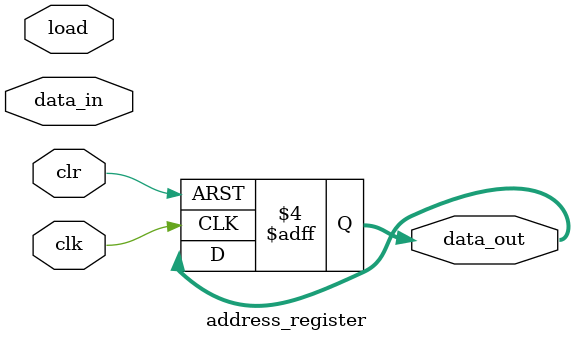
<source format=v>
module address_register(
    data_out,
    data_in,
    load,
    clk,
    clr
);

parameter DATAWIDTH = 8;
output reg [DATAWIDTH - 1:0] data_out;
input [DATAWIDTH - 1:0] data_in;
input load, clk, clr;

// Clear is an active low signal

always @ (posedge clk or negedge clr)
begin
    if(!clr)
        data_out <= 0;
    else if (load) begin
        data_in <= data_in;
    end
end
    
endmodule
</source>
